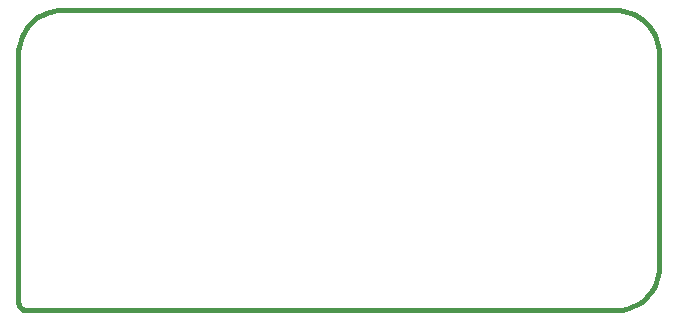
<source format=gbr>
G04 (created by PCBNEW-RS274X (2011-05-25)-stable) date Wed 26 Dec 2012 09:03:40 PM EST*
G01*
G70*
G90*
%MOIN*%
G04 Gerber Fmt 3.4, Leading zero omitted, Abs format*
%FSLAX34Y34*%
G04 APERTURE LIST*
%ADD10C,0.006000*%
%ADD11C,0.015000*%
G04 APERTURE END LIST*
G54D10*
G54D11*
X82750Y-25950D02*
X64350Y-25950D01*
X84150Y-34450D02*
X84150Y-27400D01*
X63050Y-35950D02*
X82800Y-35950D01*
X62800Y-27250D02*
X62800Y-35700D01*
X82798Y-35949D02*
X82924Y-35935D01*
X83049Y-35910D01*
X83170Y-35874D01*
X83288Y-35828D01*
X83402Y-35772D01*
X83510Y-35706D01*
X83612Y-35630D01*
X83707Y-35546D01*
X83794Y-35455D01*
X83874Y-35356D01*
X83944Y-35250D01*
X84004Y-35139D01*
X84055Y-35023D01*
X84096Y-34902D01*
X84125Y-34779D01*
X84144Y-34654D01*
X84152Y-34527D01*
X84149Y-34402D01*
X64348Y-25951D02*
X64223Y-25948D01*
X64096Y-25956D01*
X63971Y-25975D01*
X63848Y-26004D01*
X63727Y-26045D01*
X63611Y-26096D01*
X63500Y-26156D01*
X63394Y-26226D01*
X63295Y-26306D01*
X63204Y-26393D01*
X63120Y-26488D01*
X63044Y-26590D01*
X62978Y-26698D01*
X62922Y-26812D01*
X62876Y-26930D01*
X62840Y-27051D01*
X62815Y-27176D01*
X62801Y-27302D01*
X84150Y-27400D02*
X84144Y-27274D01*
X84127Y-27149D01*
X84100Y-27025D01*
X84062Y-26905D01*
X84014Y-26788D01*
X83955Y-26676D01*
X83887Y-26569D01*
X83810Y-26468D01*
X83725Y-26375D01*
X83632Y-26290D01*
X83531Y-26213D01*
X83425Y-26145D01*
X83312Y-26086D01*
X83195Y-26038D01*
X83075Y-26000D01*
X82951Y-25973D01*
X82826Y-25956D01*
X82700Y-25950D01*
X62800Y-35700D02*
X62801Y-35721D01*
X62804Y-35743D01*
X62809Y-35764D01*
X62816Y-35785D01*
X62824Y-35805D01*
X62834Y-35824D01*
X62846Y-35843D01*
X62859Y-35860D01*
X62874Y-35876D01*
X62890Y-35891D01*
X62907Y-35904D01*
X62926Y-35916D01*
X62945Y-35926D01*
X62965Y-35934D01*
X62986Y-35941D01*
X63007Y-35946D01*
X63029Y-35949D01*
X63050Y-35950D01*
M02*

</source>
